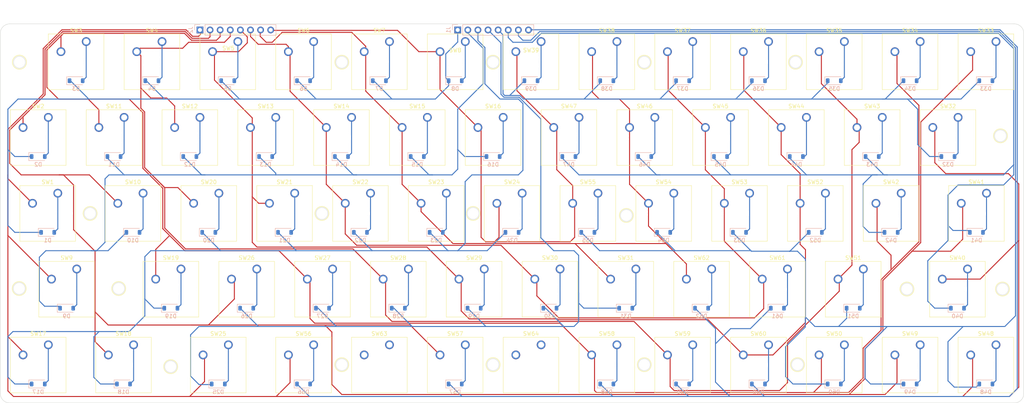
<source format=kicad_pcb>
(kicad_pcb (version 20221018) (generator pcbnew)

  (general
    (thickness 1.6)
  )

  (paper "A3")
  (layers
    (0 "F.Cu" signal)
    (31 "B.Cu" signal)
    (32 "B.Adhes" user "B.Adhesive")
    (33 "F.Adhes" user "F.Adhesive")
    (34 "B.Paste" user)
    (35 "F.Paste" user)
    (36 "B.SilkS" user "B.Silkscreen")
    (37 "F.SilkS" user "F.Silkscreen")
    (38 "B.Mask" user)
    (39 "F.Mask" user)
    (40 "Dwgs.User" user "User.Drawings")
    (41 "Cmts.User" user "User.Comments")
    (42 "Eco1.User" user "User.Eco1")
    (43 "Eco2.User" user "User.Eco2")
    (44 "Edge.Cuts" user)
    (45 "Margin" user)
    (46 "B.CrtYd" user "B.Courtyard")
    (47 "F.CrtYd" user "F.Courtyard")
    (48 "B.Fab" user)
    (49 "F.Fab" user)
    (50 "User.1" user)
    (51 "User.2" user)
    (52 "User.3" user)
    (53 "User.4" user)
    (54 "User.5" user)
    (55 "User.6" user)
    (56 "User.7" user)
    (57 "User.8" user)
    (58 "User.9" user)
  )

  (setup
    (pad_to_mask_clearance 0)
    (aux_axis_origin 83.185 188.11875)
    (grid_origin 86.185 159.36875)
    (pcbplotparams
      (layerselection 0x00010fc_ffffffff)
      (plot_on_all_layers_selection 0x0000000_00000000)
      (disableapertmacros false)
      (usegerberextensions false)
      (usegerberattributes true)
      (usegerberadvancedattributes true)
      (creategerberjobfile true)
      (dashed_line_dash_ratio 12.000000)
      (dashed_line_gap_ratio 3.000000)
      (svgprecision 4)
      (plotframeref false)
      (viasonmask false)
      (mode 1)
      (useauxorigin false)
      (hpglpennumber 1)
      (hpglpenspeed 20)
      (hpglpendiameter 15.000000)
      (dxfpolygonmode true)
      (dxfimperialunits true)
      (dxfusepcbnewfont true)
      (psnegative false)
      (psa4output false)
      (plotreference true)
      (plotvalue true)
      (plotinvisibletext false)
      (sketchpadsonfab false)
      (subtractmaskfromsilk false)
      (outputformat 1)
      (mirror false)
      (drillshape 1)
      (scaleselection 1)
      (outputdirectory "")
    )
  )

  (net 0 "")
  (net 1 "Net-(D1-K)")
  (net 2 "Net-(D1-A)")
  (net 3 "Net-(D10-A)")
  (net 4 "Net-(D10-K)")
  (net 5 "Net-(D17-K)")
  (net 6 "Net-(D17-A)")
  (net 7 "Net-(D25-K)")
  (net 8 "Net-(D25-A)")
  (net 9 "Net-(D32-K)")
  (net 10 "Net-(D33-A)")
  (net 11 "Net-(D40-K)")
  (net 12 "Net-(D41-A)")
  (net 13 "Net-(D48-K)")
  (net 14 "Net-(D49-A)")
  (net 15 "Net-(D56-K)")
  (net 16 "Net-(D56-A)")
  (net 17 "Net-(J2-Pin_1)")
  (net 18 "Net-(J2-Pin_2)")
  (net 19 "Net-(J2-Pin_3)")
  (net 20 "Net-(J2-Pin_4)")
  (net 21 "Net-(J2-Pin_5)")
  (net 22 "Net-(J2-Pin_6)")
  (net 23 "Net-(J2-Pin_7)")
  (net 24 "Net-(J2-Pin_8)")
  (net 25 "unconnected-(SW63-Pad1)")
  (net 26 "unconnected-(SW63-Pad2)")
  (net 27 "unconnected-(SW64-Pad1)")
  (net 28 "unconnected-(SW64-Pad2)")
  (net 29 "Net-(D2-A)")
  (net 30 "Net-(D3-A)")
  (net 31 "Net-(D4-A)")
  (net 32 "Net-(D5-A)")
  (net 33 "Net-(D6-A)")
  (net 34 "Net-(D7-A)")
  (net 35 "Net-(D8-A)")
  (net 36 "Net-(D9-A)")
  (net 37 "Net-(D11-A)")
  (net 38 "Net-(D12-A)")
  (net 39 "Net-(D13-A)")
  (net 40 "Net-(D14-A)")
  (net 41 "Net-(D15-A)")
  (net 42 "Net-(D16-A)")
  (net 43 "Net-(D18-A)")
  (net 44 "Net-(D19-A)")
  (net 45 "Net-(D20-A)")
  (net 46 "Net-(D21-A)")
  (net 47 "Net-(D22-A)")
  (net 48 "Net-(D23-A)")
  (net 49 "Net-(D24-A)")
  (net 50 "Net-(D26-A)")
  (net 51 "Net-(D27-A)")
  (net 52 "Net-(D28-A)")
  (net 53 "Net-(D29-A)")
  (net 54 "Net-(D30-A)")
  (net 55 "Net-(D31-A)")
  (net 56 "Net-(D32-A)")
  (net 57 "Net-(D34-A)")
  (net 58 "Net-(D35-A)")
  (net 59 "Net-(D36-A)")
  (net 60 "Net-(D37-A)")
  (net 61 "Net-(D38-A)")
  (net 62 "Net-(D39-A)")
  (net 63 "Net-(D40-A)")
  (net 64 "Net-(D42-A)")
  (net 65 "Net-(D43-A)")
  (net 66 "Net-(D44-A)")
  (net 67 "Net-(D45-A)")
  (net 68 "Net-(D46-A)")
  (net 69 "Net-(D47-A)")
  (net 70 "Net-(D48-A)")
  (net 71 "Net-(D50-A)")
  (net 72 "Net-(D51-A)")
  (net 73 "Net-(D52-A)")
  (net 74 "Net-(D53-A)")
  (net 75 "Net-(D54-A)")
  (net 76 "Net-(D55-A)")
  (net 77 "Net-(D57-A)")
  (net 78 "Net-(D58-A)")
  (net 79 "Net-(D59-A)")
  (net 80 "Net-(D60-A)")
  (net 81 "Net-(D61-A)")
  (net 82 "Net-(D62-A)")

  (footprint "Button_Switch_Keyboard:SW_Cherry_MX_1.00u_PCB" (layer "F.Cu") (at 285.75 116.36375))

  (footprint "Button_Switch_Keyboard:SW_Cherry_MX_1.00u_PCB" (layer "F.Cu") (at 261.9375 154.46375))

  (footprint "Button_Switch_Keyboard:SW_Cherry_MX_1.00u_PCB" (layer "F.Cu") (at 114.3 116.36375))

  (footprint "Button_Switch_Keyboard:SW_Cherry_MX_1.00u_PCB" (layer "F.Cu") (at 252.4125 135.41375))

  (footprint "Button_Switch_Keyboard:SW_Cherry_MX_1.25u_PCB" (layer "F.Cu") (at 140.49375 173.51375))

  (footprint "Button_Switch_Keyboard:SW_Cherry_MX_1.00u_PCB" (layer "F.Cu") (at 276.225 173.51375))

  (footprint "Button_Switch_Keyboard:SW_Cherry_MX_1.00u_PCB" (layer "F.Cu") (at 257.175 97.31375))

  (footprint "Button_Switch_Keyboard:SW_Cherry_MX_1.00u_PCB" (layer "F.Cu") (at 214.3125 135.41375))

  (footprint "Button_Switch_Keyboard:SW_Cherry_MX_1.00u_PCB" (layer "F.Cu") (at 180.975 97.31375))

  (footprint "Button_Switch_Keyboard:SW_Cherry_MX_1.00u_PCB" (layer "F.Cu") (at 200.025 173.51375))

  (footprint "Button_Switch_Keyboard:SW_Cherry_MX_1.00u_PCB" (layer "F.Cu") (at 200.025 97.31375))

  (footprint "Button_Switch_Keyboard:SW_Cherry_MX_1.00u_PCB" (layer "F.Cu") (at 233.3625 135.41375))

  (footprint "Button_Switch_Keyboard:SW_Cherry_MX_1.00u_PCB" (layer "F.Cu") (at 304.8 116.36375))

  (footprint "Button_Switch_Keyboard:SW_Cherry_MX_1.00u_PCB" (layer "F.Cu") (at 95.25 116.36375))

  (footprint "Button_Switch_Keyboard:SW_Cherry_MX_1.00u_PCB" (layer "F.Cu") (at 295.275 97.31375))

  (footprint "Button_Switch_Keyboard:SW_Cherry_MX_1.00u_PCB" (layer "F.Cu") (at 147.6375 154.46375))

  (footprint "Button_Switch_Keyboard:SW_Cherry_MX_1.00u_PCB" (layer "F.Cu") (at 152.4 116.36375))

  (footprint "Button_Switch_Keyboard:SW_Cherry_MX_1.00u_PCB" (layer "F.Cu") (at 290.5125 135.41375))

  (footprint "Button_Switch_Keyboard:SW_Cherry_MX_1.00u_PCB" (layer "F.Cu") (at 119.0625 135.41375))

  (footprint "Button_Switch_Keyboard:SW_Cherry_MX_1.00u_PCB" (layer "F.Cu") (at 142.875 97.31375))

  (footprint "Button_Switch_Keyboard:SW_Cherry_MX_1.00u_PCB" (layer "F.Cu") (at 276.225 97.31375))

  (footprint "Button_Switch_Keyboard:SW_Cherry_MX_1.00u_PCB" (layer "F.Cu") (at 323.85 116.36375))

  (footprint "Button_Switch_Keyboard:SW_Cherry_MX_1.00u_PCB" (layer "F.Cu") (at 309.5625 135.41375))

  (footprint "Button_Switch_Keyboard:SW_Cherry_MX_1.00u_PCB" (layer "F.Cu") (at 185.7375 154.46375))

  (footprint "Button_Switch_Keyboard:SW_Cherry_MX_1.25u_PCB" (layer "F.Cu") (at 97.63125 135.41375))

  (footprint "Button_Switch_Keyboard:SW_Cherry_MX_1.00u_PCB" (layer "F.Cu") (at 219.075 173.51375))

  (footprint "Button_Switch_Keyboard:SW_Cherry_MX_1.00u_PCB" (layer "F.Cu") (at 280.9875 154.46375))

  (footprint "Button_Switch_Keyboard:SW_Cherry_MX_1.00u_PCB" (layer "F.Cu") (at 204.7875 154.46375))

  (footprint "Button_Switch_Keyboard:SW_Cherry_MX_1.00u_PCB" (layer "F.Cu") (at 300.0375 154.46375))

  (footprint "Button_Switch_Keyboard:SW_Cherry_MX_1.00u_PCB" (layer "F.Cu") (at 247.65 116.36375))

  (footprint "Button_Switch_Keyboard:SW_Cherry_MX_1.00u_PCB" (layer "F.Cu") (at 257.175 173.51375))

  (footprint "Button_Switch_Keyboard:SW_Cherry_MX_1.00u_PCB" (layer "F.Cu") (at 133.35 116.36375))

  (footprint "Button_Switch_Keyboard:SW_Cherry_MX_1.00u_PCB" (layer "F.Cu") (at 161.925 173.51375))

  (footprint "Button_Switch_Keyboard:SW_Cherry_MX_1.00u_PCB" (layer "F.Cu") (at 209.55 116.36375))

  (footprint "Button_Switch_Keyboard:SW_Cherry_MX_1.00u_PCB" (layer "F.Cu") (at 95.25 173.51375))

  (footprint "Button_Switch_Keyboard:SW_Cherry_MX_1.25u_PCB" (layer "F.Cu") (at 330.99375 135.41375))

  (footprint "Button_Switch_Keyboard:SW_Cherry_MX_1.00u_PCB" (layer "F.Cu") (at 128.5875 154.46375))

  (footprint "Button_Switch_Keyboard:SW_Cherry_MX_1.00u_PCB" (layer "F.Cu") (at 333.375 173.51375))

  (footprint "Button_Switch_Keyboard:SW_Cherry_MX_1.00u_PCB" (layer "F.Cu") (at 238.125 97.31375))

  (footprint "Button_Switch_Keyboard:SW_Cherry_MX_1.00u_PCB" (layer "F.Cu") (at 223.8375 154.46375))

  (footprint "Button_Switch_Keyboard:SW_Cherry_MX_1.00u_PCB" (layer "F.Cu") (at 219.075 97.31375))

  (footprint "Button_Switch_Keyboard:SW_Cherry_MX_1.00u_PCB" (layer "F.Cu")
    (tstamp a29d0987-fc1b-479e-89c1-4957eae3384f)
    (at 271.4625 135.41375)
    (descr "Cherry MX keyswitch, 1.00u, PCB mount, http://cherryamericas.com/wp-content/uploads/2014/12/mx_cat.pdf")
    (tags "Cherry MX keyswitch 1.00u PCB")
    (property "Sheetfile" "xantronix-z32.kicad_sch")
    (property "Sheetname" "")
    (property "ki_description" "Push button switch, generic, two pins")
    (property "ki_keywords" "switch normally-open pushbutton push-button")
    (path "/e818bc00-1e8f-44e3-b9f4-0bae43ab4fb8")
    (attr through_hole)
    (fp_text reference "SW53" (at -2.54 -2.794) (layer "F.SilkS")
        (effects (font (size 1 1) (thickness 0.15)))
      (tstamp cb3cf7f9-8c81-468e-8413-26def3be3526)
    )
    (fp_text value "SW_Push" (at -2.54 12.954) (layer "F.Fab")
        (effects (font (size 1 1) (thickness 0.15)))
      (tstamp 5182fbc3-0c7b-453c-aafd-532198d8e30e)
    )
    (fp_text user "${REFERENCE}" (at -2.54 -2.794) (layer "F.Fab")
        (effects (font (size 1 1) (thickness 0.15)))
      (tstamp 68a1dcc7-8161-4f6b-9b42-7c6638961b1c)
    )
    (fp_line (start -9.525 -1.905) (end 4.445 -1.905)
      (stroke (width 0.12) (type solid)) (layer "F.SilkS") (tstamp 08667e8a-8c72-429f-b2e6-5db12ca88ec3))
    (fp_line (start -9.525 12.065) (end -9.525 -1.905)
      (stroke (width 0.12) (type solid)) (layer "F.SilkS") (tstamp 0c747d89-b9cd-4ce8-9ab2-10088c866c2a))
    (fp_line (start 4.445 -1.905) (end 4.445 12.065)
      (stroke (width 0.12) (type solid)) (layer "F.SilkS") (tstamp f19d8e3e-1608-4cbf-9820-4000cc5e77a2))
    (fp_line (start 4.445 12.065) (end -9.525 12.065)
      (stroke (width 0.12) (type solid)) (layer "F.SilkS") (tstamp 4c4f0c93-87ab-4c00-841e-6a65574447aa))
    (fp_line (start -12.065 -4.445) (end 6.985 -4.445)
      (stroke (width 0.15) (type solid)) (layer "Dwgs.User") (tstamp e7e1ea46-d40c-432d-9e55-5a9b96b52741))
    (fp_line (start -12.065 14.605) (end -12.065 -4.445)
      (stroke (width 0.15) (type solid)) (layer "Dwgs.User") (tstamp 8db66b3b-fa37-4c8f-aaa0-111a725d8bc4))
    (fp_line (start 6.985 -4.445) (end 6.985 14.605)
      (stroke (width 0.15) (type solid)) (layer "Dwgs.User") (tstamp b1ad30f7-8a1d-476a-a2c5-5037a5d7450c))
    (fp_line (start 6.985 14.605) (end -12.065 14.605)
      (stroke (width 0.15) (type solid)) (layer "Dwgs.User") (tstamp 4924eca8-f13b-43e7-a3d0-2f8a8208b8df))
    (fp_line (start -9.14 -1.52) (end 4.06 -1.52)
  
... [489221 chars truncated]
</source>
